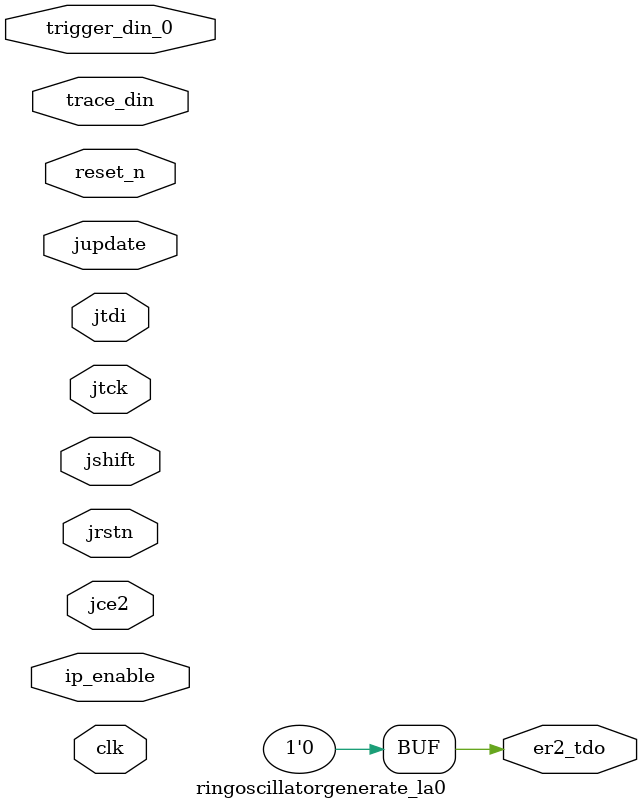
<source format=v>

/* WARNING - Changes to this file should be performed by re-running IPexpress
or modifying the .LPC file and regenerating the core.  Other changes may lead
to inconsistent simulation and/or implemenation results */

module ringoscillatorgenerate_la0 (
    clk,
    reset_n,
    jtck,
    jrstn,
    jce2,
    jtdi,
    er2_tdo,
    jshift,
    jupdate,
    trigger_din_0,
    trace_din,
    ip_enable
);

// PARAMETERS DEFINED BY USER
localparam NUM_TRACE_SIGNALS   = 4;
localparam NUM_TRIGGER_SIGNALS = 1;
localparam INCLUDE_TRIG_DATA   = 0;
localparam NUM_TU_BITS_0       = 1;

input  clk;
input  reset_n;
input  jtck;
input  jrstn;
input  jce2;
input  jtdi;
output er2_tdo;
input  jshift;
input  jupdate;
input  [NUM_TU_BITS_0 -1:0] trigger_din_0;
input  [NUM_TRACE_SIGNALS + (NUM_TRIGGER_SIGNALS * INCLUDE_TRIG_DATA) -1:0] trace_din;
input  ip_enable;

assign er2_tdo = 1'b0;

endmodule

</source>
